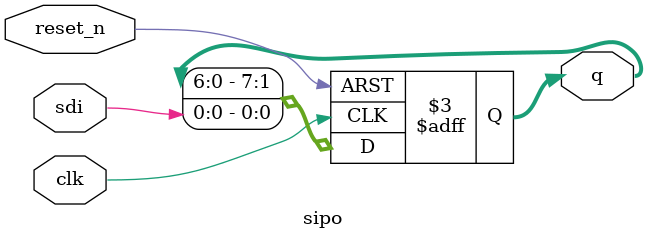
<source format=v>
module sipo(
	input reset_n,
	input clk,
    input sdi,
	output reg [7:0] q
    );
	always @(posedge clk or negedge reset_n) begin
	    if (!reset_n)
		    q <= 8'b0;
	    else
		    q[7:0] <= {q[6:0], sdi};
	end
endmodule


</source>
